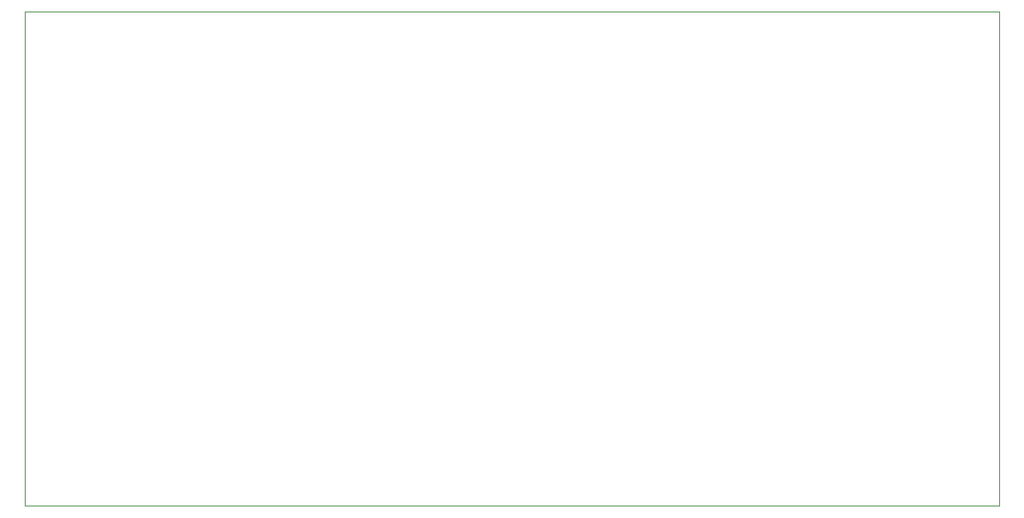
<source format=gbr>
G75*
G70*
%OFA0B0*%
%FSLAX24Y24*%
%IPPOS*%
%LPD*%
%AMOC8*
5,1,8,0,0,1.08239X$1,22.5*
%
%ADD10C,0.0000*%
D10*
X000189Y000189D02*
X000189Y020111D01*
X039520Y020111D01*
X039520Y000189D01*
X000189Y000189D01*
M02*

</source>
